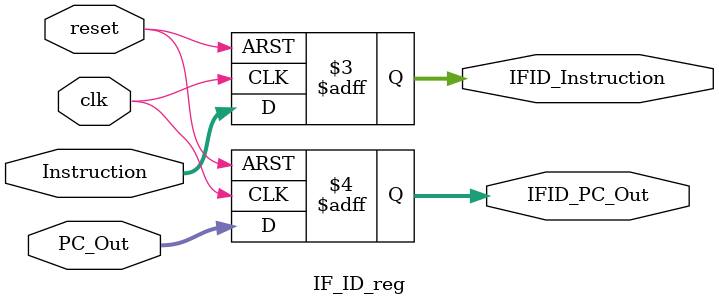
<source format=v>
`timescale 1ns / 1ps


module IF_ID_reg(
    input clk,
    input reset,
    input [31:0] Instruction,
    input [63:0] PC_Out,
    output reg [31:0] IFID_Instruction,
    output reg [63:0] IFID_PC_Out
);
    always @(posedge clk or posedge reset) begin
        if (reset == 1'b1) begin
            IFID_Instruction = 0; IFID_PC_Out = 0;
        end
        else begin
            IFID_Instruction = Instruction; IFID_PC_Out = PC_Out;
        end
    end
endmodule

</source>
